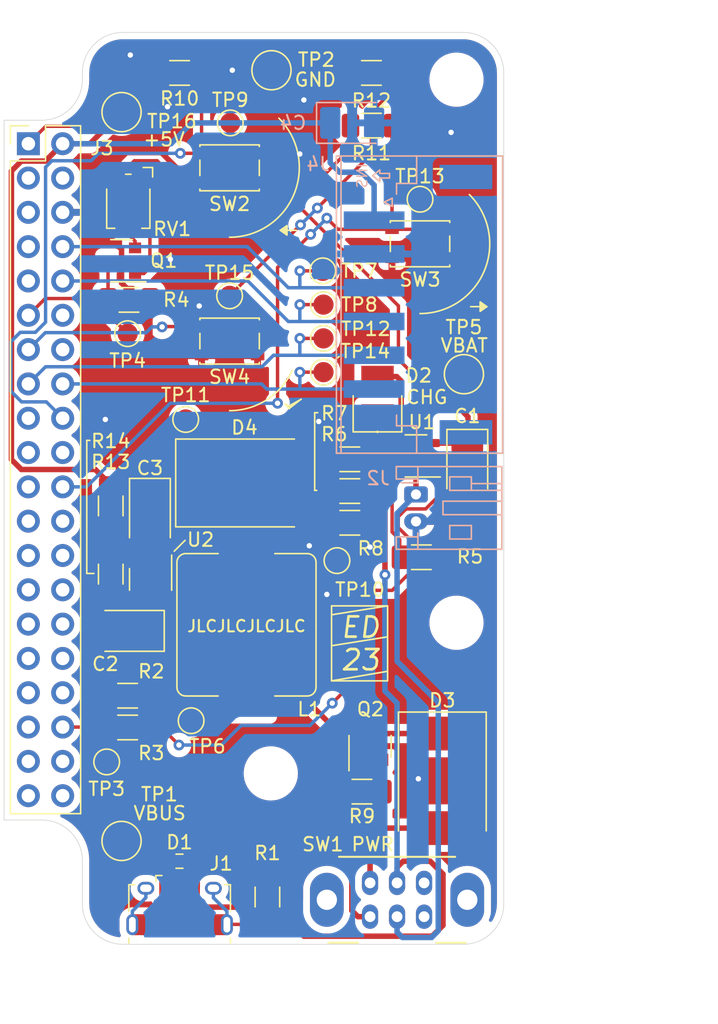
<source format=kicad_pcb>
(kicad_pcb (version 20211014) (generator pcbnew)
  (layers (0 "F.Cu" signal) (31 "B.Cu" signal) (34 "B.Paste" user) (35 "F.Paste" user) (36 "B.SilkS" user "B.Silkscreen") (37 "F.SilkS" user "F.Silkscreen") (38 "B.Mask" user) (39 "F.Mask" user) (44 "Edge.Cuts" user))
  (net 0 "")
  (net 1 "+5V")
  (net 2 "GND")
  (net 3 "+BATT")
  (net 4 "VBUS")
  (net 5 "Net-(D2-Pad1)")
  (net 6 "Net-(D3-Pad2)")
  (net 7 "Net-(D4-Pad2)")
  (net 8 "Net-(C2-Pad1)")
  (net 13 "Net-(J1-Pad6)")
  (net 14 "+3.3V")
  (net 19 "/RPI_TXD")
  (net 21 "/RPI_RXD")
  (net 22 "/MON_LOWBATT")
  (net 24 "Net-(J3-Pad13)")
  (net 26 "/WAKEUP")
  (net 27 "/RESET")
  (net 29 "Net-(J3-Pad18)")
  (net 33 "Net-(J3-Pad22)")
  (net 47 "/MON_CHARGE")
  (net 52 "/CHARGING")
  (net 53 "Net-(R5-Pad1)")
  (net 54 "Net-(R13-Pad2)")
  (net 55 "Net-(Q1-Pad2)")
  (net 56 "Net-(Q2-Pad1)")
  (footprint "eink-footprints:MountingHole_3mm_6mmScrew_10mmMountingpost" (layer "F.Cu") (at 166.8 70.5)
    (fp_text reference "REF**" hide)
    (fp_text value "MountingHole_3mm_6mmScrew_10mmMountingpost")
  )
  (footprint "eink-footprints:SW_SPST_PTS815" (layer "F.Cu") (at 150 89.85)
    (fp_text reference "SW4")
    (fp_text value "ACTION")
  )
  (footprint "Connector_USB:USB_Micro-B_Amphenol_10118194_Horizontal" (layer "F.Cu") (at 146.3 131.75)
    (fp_text reference "J1")
    (fp_text value "MICROB")
  )
  (footprint "TestPoint:TestPoint_Pad_D2.5mm" (layer "F.Cu") (at 142 72.9)
    (fp_text reference "TP16")
    (fp_text value "~")
  )
  (footprint "TestPoint:TestPoint_Pad_D2.5mm" (layer "F.Cu") (at 153.1 69.8)
    (fp_text reference "TP2")
    (fp_text value "~")
  )
  (footprint "TestPoint:TestPoint_Pad_D2.5mm" (layer "F.Cu") (at 142 126.85)
    (fp_text reference "TP1")
    (fp_text value "~")
  )
  (footprint "Resistor_SMD:R_1206_3216Metric_Pad1.30x1.75mm_HandSolder" (layer "F.Cu") (at 146.3 70)
    (fp_text reference "R10")
    (fp_text value "6.2k")
  )
  (footprint "Package_TO_SOT_SMD:SOT-23-5" (layer "F.Cu") (at 163.8 98.35 180)
    (fp_text reference "U1")
    (fp_text value "MCP73831")
  )
  (footprint "TestPoint:TestPoint_Pad_D1.5mm" (layer "F.Cu") (at 140.9 121)
    (fp_text reference "TP3")
    (fp_text value "~")
  )
  (footprint "eink-footprints:MountingHole_3mm_6mmScrew_10mmMountingpost" (layer "F.Cu") (at 153.05 121.85)
    (fp_text reference "REF**" hide)
    (fp_text value "MountingHole_3mm_6mmScrew_10mmMountingpost")
  )
  (footprint "eink-footprints:SOT23_DIODESINC" (layer "F.Cu") (at 142 83.9 180)
    (fp_text reference "Q1")
    (fp_text value "~")
  )
  (footprint "TestPoint:TestPoint_Pad_D1.5mm" (layer "F.Cu") (at 146.75 95.65)
    (fp_text reference "TP11")
    (fp_text value "~")
  )
  (footprint "TestPoint:TestPoint_Pad_D1.5mm" (layer "F.Cu") (at 156.95 87.15)
    (fp_text reference "TP8")
    (fp_text value "~")
  )
  (footprint "Resistor_SMD:R_1206_3216Metric_Pad1.30x1.75mm_HandSolder" (layer "F.Cu") (at 152.8 131 90)
    (fp_text reference "R1")
    (fp_text value "0R")
  )
  (footprint "eink-footprints:D_SMC_FAIRCHILD" (layer "F.Cu") (at 151.1 100.35)
    (fp_text reference "D4")
    (fp_text value "~")
  )
  (footprint "TestPoint:TestPoint_Pad_D1.5mm" (layer "F.Cu") (at 156.95 92.15)
    (fp_text reference "TP14")
    (fp_text value "~")
  )
  (footprint "Resistor_SMD:R_1206_3216Metric_Pad1.30x1.75mm_HandSolder" (layer "F.Cu") (at 160.5 73.9)
    (fp_text reference "R11")
    (fp_text value "6.2k")
  )
  (footprint "Resistor_SMD:R_1206_3216Metric_Pad1.30x1.75mm_HandSolder" (layer "F.Cu") (at 142.45 116.1 180)
    (fp_text reference "R2")
    (fp_text value "15k")
  )
  (footprint "Capacitor_Tantalum_SMD:CP_EIA-3528-21_Kemet-B_Pad1.50x2.35mm_HandSolder" (layer "F.Cu") (at 144.1 102.65 -90)
    (fp_text reference "C3")
    (fp_text value "22uF")
  )
  (footprint "eink-footprints:SW_SPST_PTS815" (layer "F.Cu") (at 150 77.025)
    (fp_text reference "SW2")
    (fp_text value "BACK")
  )
  (footprint "Resistor_SMD:R_1206_3216Metric_Pad1.30x1.75mm_HandSolder" (layer "F.Cu") (at 158.9 100.95 180)
    (fp_text reference "R7")
    (fp_text value "2k")
  )
  (footprint "eink-footprints:L_TaiTech_TMPC1004" (layer "F.Cu") (at 151.25 110.85 90)
    (fp_text reference "L1")
    (fp_text value "22uH")
  )
  (footprint "eink-footprints:SW_SPST_PTS815" (layer "F.Cu") (at 164.1 82.65)
    (fp_text reference "SW3")
    (fp_text value "FWD")
  )
  (footprint "Potentiometer_SMD:Potentiometer_Bourns_TC33X_Vertical" (layer "F.Cu") (at 142.5 79.6 -90)
    (fp_text reference "RV1")
    (fp_text value "100k")
  )
  (footprint "eink-footprints:MountingHole_3mm_6mmScrew_10mmMountingpost" (layer "F.Cu") (at 166.8 110.7)
    (fp_text reference "REF**" hide)
    (fp_text value "MountingHole_3mm_6mmScrew_10mmMountingpost")
  )
  (footprint "TestPoint:TestPoint_Pad_D1.5mm" (layer "F.Cu") (at 150 86.5)
    (fp_text reference "TP15")
    (fp_text value "~")
  )
  (footprint "Resistor_SMD:R_1206_3216Metric_Pad1.30x1.75mm_HandSolder" (layer "F.Cu") (at 159.8 123.2 180)
    (fp_text reference "R9")
    (fp_text value "15k")
  )
  (footprint "Resistor_SMD:R_1206_3216Metric_Pad1.30x1.75mm_HandSolder" (layer "F.Cu") (at 141.2 107.1 -90)
    (fp_text reference "R14")
    (fp_text value "2k")
  )
  (footprint "Resistor_SMD:R_0603_1608Metric_Pad0.98x0.95mm_HandSolder" (layer "F.Cu") (at 146.2875 128.35 180)
    (fp_text reference "D1")
    (fp_text value "TVS")
  )
  (footprint "Resistor_SMD:R_1206_3216Metric_Pad1.30x1.75mm_HandSolder" (layer "F.Cu") (at 158.9 103.3 180)
    (fp_text reference "R8")
    (fp_text value "2k")
  )
  (footprint "Resistor_SMD:R_1206_3216Metric_Pad1.30x1.75mm_HandSolder" (layer "F.Cu") (at 160.5 70)
    (fp_text reference "R12")
    (fp_text value "6.2k")
  )
  (footprint "Package_TO_SOT_SMD:SOT-23-6" (layer "F.Cu") (at 144.15 107.4925 -90)
    (fp_text reference "U2")
    (fp_text value "MT3608")
  )
  (footprint "Resistor_SMD:R_1206_3216Metric_Pad1.30x1.75mm_HandSolder" (layer "F.Cu") (at 164.2 105.85)
    (fp_text reference "R5")
    (fp_text value "2k")
  )
  (footprint "Connector_PinHeader_2.54mm:PinHeader_2x20_P2.54mm_Vertical" (layer "F.Cu") (at 135.1 75.24)
    (fp_text reference "J3")
    (fp_text value "RPI")
  )
  (footprint "TestPoint:TestPoint_Pad_D2.5mm" (layer "F.Cu") (at 167.35 92.3)
    (fp_text reference "TP5")
    (fp_text value "~")
  )
  (footprint "TestPoint:TestPoint_Pad_D1.5mm" (layer "F.Cu") (at 157.95 106.1)
    (fp_text reference "TP10")
    (fp_text value "~")
  )
  (footprint "TestPoint:TestPoint_Pad_D1.5mm" (layer "F.Cu") (at 142.45 89.3)
    (fp_text reference "TP4")
    (fp_text value "~")
  )
  (footprint "Capacitor_Tantalum_SMD:CP_EIA-3528-21_Kemet-B_Pad1.50x2.35mm_HandSolder" (layer "F.Cu") (at 167.6 99.025 -90)
    (fp_text reference "C1")
    (fp_text value "22uF")
  )
  (footprint "TestPoint:TestPoint_Pad_D1.5mm" (layer "F.Cu") (at 150.05 73.7)
    (fp_text reference "TP9")
    (fp_text value "~")
  )
  (footprint "Capacitor_Tantalum_SMD:CP_EIA-3528-21_Kemet-B_Pad1.50x2.35mm_HandSolder" (layer "F.Cu") (at 142.525 111.3 180)
    (fp_text reference "C2")
    (fp_text value "22uF")
  )
  (footprint "TestPoint:TestPoint_Pad_D1.5mm" (layer "F.Cu") (at 164.1 79.35)
    (fp_text reference "TP13")
    (fp_text value "~")
  )
  (footprint "eink-footprints:D_SMC_FAIRCHILD" (layer "F.Cu") (at 165.75 122.4 -90)
    (fp_text reference "D3")
    (fp_text value "~")
  )
  (footprint "TestPoint:TestPoint_Pad_D1.5mm" (layer "F.Cu") (at 147.15 117.95)
    (fp_text reference "TP6")
    (fp_text value "~")
  )
  (footprint "TestPoint:TestPoint_Pad_D1.5mm" (layer "F.Cu") (at 156.9 84.65)
    (fp_text reference "TP7")
    (fp_text value "~")
  )
  (footprint "Resistor_SMD:R_1206_3216Metric_Pad1.30x1.75mm_HandSolder" (layer "F.Cu") (at 141.2 102.05 -90)
    (fp_text reference "R13")
    (fp_text value "15k")
  )
  (footprint "Resistor_SMD:R_1206_3216Metric_Pad1.30x1.75mm_HandSolder" (layer "F.Cu") (at 158.9 98.6 180)
    (fp_text reference "R6")
    (fp_text value "2k")
  )
  (footprint "eink-footprints:D_WURTH_3538" (layer "F.Cu") (at 160.95 93.9 90)
    (fp_text reference "D2")
    (fp_text value "CHARGE")
  )
  (footprint "eink-footprints:SLW-108645" (layer "F.Cu") (at 162.4 131.205)
    (fp_text reference "SW1")
    (fp_text value "PWR")
  )
  (footprint "TestPoint:TestPoint_Pad_D1.5mm" (layer "F.Cu") (at 156.95 89.65)
    (fp_text reference "TP12")
    (fp_text value "~")
  )
  (footprint "eink-footprints:SOT23_DIODESINC" (layer "F.Cu") (at 160.4 119.85 90)
    (fp_text reference "Q2")
    (fp_text value "~")
  )
  (footprint "Resistor_SMD:R_1206_3216Metric_Pad1.30x1.75mm_HandSolder" (layer "F.Cu") (at 142.45 118.45)
    (fp_text reference "R3")
    (fp_text value "15k")
  )
  (footprint "Resistor_SMD:R_1206_3216Metric_Pad1.30x1.75mm_HandSolder" (layer "F.Cu") (at 142.55 86.8)
    (fp_text reference "R4")
    (fp_text value "15k")
  )
  (footprint "Connector_JST:JST_PH_S2B-PH-K_1x02_P2.00mm_Horizontal" (layer "B.Cu") (at 163.8 101.2 -90)
    (fp_text reference "J2")
    (fp_text value "LIPO")
  )
  (footprint "Capacitor_Tantalum_SMD:CP_EIA-3528-21_Kemet-B_Pad1.50x2.35mm_HandSolder" (layer "B.Cu") (at 159.075 73.7)
    (fp_text reference "C4")
    (fp_text value "22uF")
  )
  (footprint "eink-footprints:JST_XH_S6B-XH-SM4-TB" (layer "B.Cu") (at 169.65 87.15 -90)
    (fp_text reference "J4")
    (fp_text value "EINK")
  )
  (gr_line (start 139.425 107.05) (end 139.95 107.05) (layer "F.SilkS") (width 0.12))
  (gr_line (start 157.55 115) (end 161.65 114.3) (layer "F.SilkS") (width 0.12))
  (gr_line (start 156.3 95.15) (end 156.3 100.9) (layer "F.SilkS") (width 0.12))
  (gr_poly (pts (xy 169.05 87.3) (xy 168.55 87.3) (xy 168.55 87.65)) (layer "F.SilkS") (width 0.12) (fill solid))
  (gr_line (start 156.3 100.9) (end 156.45 100.9) (layer "F.SilkS") (width 0.12))
  (gr_rect (start 157.55 109.45) (end 161.7 115) (layer "F.SilkS") (width 0.12) (fill none))
  (gr_arc (start 154.65 92) (mid 152.76688 94.184914) (end 150 95) (layer "F.SilkS") (width 0.12))
  (gr_line (start 157.85 91.2) (end 158.1 91) (layer "F.SilkS") (width 0.12))
  (gr_arc (start 167.75 79) (mid 168.868955 84.625366) (end 164.1 87.811879) (layer "F.SilkS") (width 0.12))
  (gr_line (start 167.85 87.3) (end 169.05 87.3) (layer "F.SilkS") (width 0.12))
  (gr_line (start 154.95 81.65) (end 153.75 81.65) (layer "F.SilkS") (width 0.12))
  (gr_poly (pts (xy 153.75 81.65) (xy 154.25 81.65) (xy 154.25 82)) (layer "F.SilkS") (width 0.12) (fill solid))
  (gr_arc (start 153.65 73.35) (mid 154.768955 78.975366) (end 150 82.161879) (layer "F.SilkS") (width 0.12))
  (gr_line (start 157.6 110.1) (end 161.7 109.45) (layer "F.SilkS") (width 0.12))
  (gr_line (start 157.55 112.4) (end 161.65 111.75) (layer "F.SilkS") (width 0.12))
  (gr_line (start 139.425 97.2) (end 139.65 97.2) (layer "F.SilkS") (width 0.12))
  (gr_poly (pts (xy 153.75 81.65) (xy 154.25 81.65) (xy 154.25 81.3)) (layer "F.SilkS") (width 0.12) (fill solid))
  (gr_poly (pts (xy 154.4 94.85) (xy 154.1 94.5) (xy 154.4 94.65) (xy 155.3 94.15)) (layer "F.SilkS") (width 0.12) (fill solid))
  (gr_line (start 156.3 95.15) (end 156.525 95.15) (layer "F.SilkS") (width 0.12))
  (gr_line (start 139.425 97.2) (end 139.425 107.05) (layer "F.SilkS") (width 0.12))
  (gr_poly (pts (xy 169.05 87.3) (xy 168.55 87.3) (xy 168.55 86.95)) (layer "F.SilkS") (width 0.12) (fill solid))
  (gr_line (start 145.9 105.4) (end 146.7 104.6) (layer "F.SilkS") (width 0.12))
  (gr_line (start 133.3 73.5) (end 136.1 73.5) (layer "Edge.Cuts") (width 0.05))
  (gr_arc (start 136.1 125.3) (mid 138.22132 126.17868) (end 139.1 128.3) (layer "Edge.Cuts") (width 0.05))
  (gr_line (start 170.3 131.5) (end 170.3 70) (layer "Edge.Cuts") (width 0.05))
  (gr_arc (start 139.1 70.5) (mid 138.22132 72.62132) (end 136.1 73.5) (layer "Edge.Cuts") (width 0.05))
  (gr_line (start 139.1 128.3) (end 139.1 131.5) (layer "Edge.Cuts") (width 0.05))
  (gr_arc (start 167.3 67) (mid 169.42132 67.87868) (end 170.3 70) (layer "Edge.Cuts") (width 0.05))
  (gr_line (start 133.3 125.3) (end 136.1 125.3) (layer "Edge.Cuts") (width 0.05))
  (gr_arc (start 139.1 70) (mid 139.97868 67.87868) (end 142.1 67) (layer "Edge.Cuts") (width 0.05))
  (gr_line (start 167.3 67) (end 142.1 67) (layer "Edge.Cuts") (width 0.05))
  (gr_line (start 133.3 125.3) (end 133.3 73.5) (layer "Edge.Cuts") (width 0.05))
  (gr_arc (start 170.3 131.5) (mid 169.42132 133.62132) (end 167.3 134.5) (layer "Edge.Cuts") (width 0.05))
  (gr_line (start 167.3 134.5) (end 142.1 134.5) (layer "Edge.Cuts") (width 0.05))
  (gr_arc (start 142.1 134.5) (mid 139.97868 133.62132) (end 139.1 131.5) (layer "Edge.Cuts") (width 0.05))
  (gr_line (start 139.1 70.5) (end 139.1 70) (layer "Edge.Cuts") (width 0.05))
  (gr_text "PWR" (at 160.6 127.1) (layer "F.SilkS") (effects (font (size 1 1))))
  (gr_text "+5V" (at 145.15 74.925) (layer "F.SilkS") (effects (font (size 1 1))))
  (gr_text "ED\n23" (at 159.7 112.25) (layer "F.SilkS") (effects (font (size 1.5 1.5) (thickness 0.2) italic)))
  (gr_text "GND" (at 156.35 70.5) (layer "F.SilkS") (effects (font (size 1 1))))
  (gr_text "VBAT" (at 167.375 90.175) (layer "F.SilkS") (effects (font (size 1 1))))
  (gr_text "JLCJLCJLCJLC" (at 151.25 110.95) (layer "F.SilkS") (effects (font (size 0.85 0.85))))
  (gr_text "CHG" (at 164.6 94) (layer "F.SilkS") (effects (font (size 1 1))))
  (gr_text "VBUS" (at 144.825 124.8) (layer "F.SilkS") (effects (font (size 1 1))))
  (segment (start 140.0532 99.3532) (end 141.2 100.5) (width 0.4064) (layer "F.Cu") (net 1))
  (segment (start 144.1 101.025) (end 146.925 101.025) (width 0.4064) (layer "F.Cu") (net 1))
  (segment (start 139.66 75.24) (end 142 72.9) (width 0.4064) (layer "F.Cu") (net 1))
  (segment (start 136.3532 76.5268) (end 134.580907 76.5268) (width 0.4064) (layer "F.Cu") (net 1))
  (segment (start 143.575 100.5) (end 144.1 101.025) (width 0.4064) (layer "F.Cu") (net 1))
  (segment (start 146.925 101.025) (end 147.6 100.35) (width 0.4064) (layer "F.Cu") (net 1))
  (segment (start 141.2 100.5) (end 143.575 100.5) (width 0.4064) (layer "F.Cu") (net 1))
  (segment (start 133.8468 77.260907) (end 133.8468 98.619093) (width 0.4064) (layer "F.Cu") (net 1))
  (segment (start 137.64 75.24) (end 139.66 75.24) (width 0.4064) (layer "F.Cu") (net 1))
  (segment (start 134.580907 99.3532) (end 140.0532 99.3532) (width 0.4064) (layer "F.Cu") (net 1))
  (segment (start 133.8468 98.619093) (end 134.580907 99.3532) (width 0.4064) (layer "F.Cu") (net 1))
  (segment (start 134.580907 76.5268) (end 133.8468 77.260907) (width 0.4064) (layer "F.Cu") (net 1))
  (segment (start 137.64 75.24) (end 136.3532 76.5268) (width 0.4064) (layer "F.Cu") (net 1))
  (segment (start 145.66 75.24) (end 147.2 73.7) (width 0.4064) (layer "B.Cu") (net 1))
  (segment (start 160.7 78.3) (end 160.7 80.9) (width 0.4064) (layer "B.Cu") (net 1))
  (segment (start 147.2 73.7) (end 157.45 73.7) (width 0.4064) (layer "B.Cu") (net 1))
  (segment (start 157.45 73.7) (end 157.45 76.65) (width 0.4064) (layer "B.Cu") (net 1))
  (segment (start 159.75 77.35) (end 160.7 78.3) (width 0.4064) (layer "B.Cu") (net 1))
  (segment (start 157.45 76.65) (end 158.15 77.35) (width 0.4064) (layer "B.Cu") (net 1))
  (segment (start 158.15 77.35) (end 159.75 77.35) (width 0.4064) (layer "B.Cu") (net 1))
  (segment (start 137.64 75.24) (end 145.66 75.24) (width 0.4064) (layer "B.Cu") (net 1))
  (segment (start 153.1 77.8) (end 153.1 69.8) (width 0.4064) (layer "F.Cu") (net 2))
  (segment (start 152.8 78.1) (end 153.1 77.8) (width 0.4064) (layer "F.Cu") (net 2))
  (segment (start 156.6 123.2) (end 158.25 123.2) (width 0.4064) (layer "F.Cu") (net 2))
  (segment (start 149.5 128.35) (end 150.6 129.45) (width 0.4064) (layer "F.Cu") (net 2))
  (segment (start 143.25 86.8) (end 142 85.55) (width 0.4064) (layer "F.Cu") (net 2))
  (segment (start 141.2 107.85) (end 141.55 107.5) (width 0.4064) (layer "F.Cu") (net 2))
  (segment (start 142.45 117.85) (end 142.45 112.85) (width 0.4064) (layer "F.Cu") (net 2))
  (segment (start 142 85.55) (end 142 83.05) (width 0.4064) (layer "F.Cu") (net 2))
  (segment (start 167.74 120.91) (end 168.31 120.34) (width 0.4064) (layer "F.Cu") (net 2))
  (segment (start 140.25 81.3) (end 140.25 80.25) (width 0.4064) (layer "F.Cu") (net 2))
  (segment (start 165.9 98.35) (end 166.4 98.85) (width 0.4064) (layer "F.Cu") (net 2))
  (segment (start 147.6 129.4) (end 147.2 129) (width 0.4064) (layer "F.Cu") (net 2))
  (segment (start 144.1 86.8) (end 143.25 86.8) (width 0.4064) (layer "F.Cu") (net 2))
  (segment (start 152.075 78.1) (end 152.8 78.1) (width 0.4064) (layer "F.Cu") (net 2))
  (segment (start 147.2 125.9) (end 144 122.7) (width 0.4064) (layer "F.Cu") (net 2))
  (segment (start 147.6 130.35) (end 147.6 129.4) (width 0.4064) (layer "F.Cu") (net 2))
  (segment (start 169.25 105.85) (end 169.4 106) (width 0.4064) (layer "F.Cu") (net 2))
  (segment (start 142 83.05) (end 140.25 81.3) (width 0.4064) (layer "F.Cu") (net 2))
  (segment (start 144.95 75.9) (end 147.15 78.1) (width 0.4064) (layer "F.Cu") (net 2))
  (segment (start 158.25 123.2) (end 158.25 120.4968) (width 0.4064) (layer "F.Cu") (net 2))
  (segment (start 169.4 106.75) (end 169.4 106) (width 0.4064) (layer "F.Cu") (net 2))
  (segment (start 140.18 80.32) (end 140.25 80.25) (width 0.4064) (layer "F.Cu") (net 2))
  (segment (start 162.025 83.725) (end 167.825 83.725) (width 0.4064) (layer "F.Cu") (net 2))
  (segment (start 150.6 129.45) (end 152.8 129.45) (width 0.4064) (layer "F.Cu") (net 2))
  (segment (start 158.8968 119.85) (end 162.55 119.85) (width 0.4064) (layer "F.Cu") (net 2))
  (segment (start 141.5 77.8) (end 141.5 76.65) (width 0.4064) (layer "F.Cu") (net 2))
  (segment (start 168.31 114.685) (end 167.7 114.075) (width 0.4064) (layer "F.Cu") (net 2))
  (segment (start 144 118.45) (end 143.05 118.45) (width 0.4064) (layer "F.Cu") (net 2))
  (segment (start 143.8 107.5) (end 144.15 107.15) (width 0.4064) (layer "F.Cu") (net 2))
  (segment (start 143.05 118.45) (end 142.45 117.85) (width 0.4064) (layer "F.Cu") (net 2))
  (segment (start 168.31 120.34) (end 168.31 114.685) (width 0.4064) (layer "F.Cu") (net 2))
  (segment (start 165.075 114.075) (end 163.45 112.45) (width 0.4064) (layer "F.Cu") (net 2))
  (segment (start 147.925 78.1) (end 152.075 78.1) (width 0.4064) (layer "F.Cu") (net 2))
  (segment (start 167.6 100.65) (end 169.4 100.65) (width 0.4064) (layer "F.Cu") (net 2))
  (segment (start 142.45 112.85) (end 140.9 111.3) (width 0.4064) (layer "F.Cu") (net 2))
  (segment (start 169.4 103.2) (end 169.4 100.65) (width 0.4064) (layer "F.Cu") (net 2))
  (segment (start 144.1 104.275) (end 145.375 103) (width 0.4064) (layer "F.Cu") (net 2))
  (segment (start 137.64 80.32) (end 140.18 80.32) (width 0.4064) (layer "F.Cu") (net 2))
  (segment (start 141.55 107.5) (end 143.8 107.5) (width 0.4064) (layer "F.Cu") (net 2))
  (segment (start 163.61 120.91) (end 167.74 120.91) (width 0.4064) (layer "F.Cu") (net 2))
  (segment (start 144.15 104.325) (end 144.1 104.275) (width 0.4064) (layer "F.Cu") (net 2))
  (segment (start 158.25 120.4968) (end 158.8968 119.85) (width 0.4064) (layer "F.Cu") (net 2))
  (segment (start 163.45 108.9) (end 165 107.35) (width 0.4064) (layer "F.Cu") (net 2))
  (segment (start 163.8 103.2) (end 169.4 103.2) (width 0.4064) (layer "F.Cu") (net 2))
  (segment (start 141.5 76.65) (end 142.25 75.9) (width 0.4064) (layer "F.Cu") (net 2))
  (segment (start 147.15 78.1) (end 147.925 78.1) (width 0.4064) (layer "F.Cu") (net 2))
  (segment (start 166.4 98.85) (end 169.3 98.85) (width 0.4064) (layer "F.Cu") (net 2))
  (segment (start 141.5 78.65) (end 141.5 77.8) (width 0.4064) (layer "F.Cu") (net 2))
  (segment (start 147.2 128.35) (end 147.2 125.9) (width 0.4064) (layer "F.Cu") (net 2))
  (segment (start 147.2 128.35) (end 149.5 128.35) (width 0.4064) (layer "F.Cu") (net 2))
  (segment (start 144 122.7) (end 144 118.45) (width 0.4064) (layer "F.Cu") (net 2))
  (segment (start 141.2 108.65) (end 141.2 107.85) (width 0.4064) (layer "F.Cu") (net 2))
  (segment (start 169.4 90) (end 169.4 85.3) (width 0.4064) (layer "F.Cu") (net 2))
  (segment (start 152.8 129.45) (end 152.8 127) (width 0.4064) (layer "F.Cu") (net 2))
  (segment (start 167.7 114.075) (end 165.075 114.075) (width 0.4064) (layer "F.Cu") (net 2))
  (segment (start 140.25 80.25) (end 140.25 79.9) (width 0.4064) (layer "F.Cu") (net 2))
  (segment (start 152.075 101.425) (end 152.075 90.925) (width 0.4064) (layer "F.Cu") (net 2))
  (segment (start 164.9375 98.35) (end 165.9 98.35) (width 0.4064) (layer "F.Cu") (net 2))
  (segment (start 165 107.35) (end 168.8 107.35) (width 0.4064) (layer "F.Cu") (net 2))
  (segment (start 142.25 75.9) (end 144.95 75.9) (width 0.4064) (layer "F.Cu") (net 2))
  (segment (start 162.55 119.85) (end 163.61 120.91) (width 0.4064) (layer "F.Cu") (net 2))
  (segment (start 150.5 103) (end 152.075 101.425) (width 0.4064) (layer "F.Cu") (net 2))
  (segment (start 169.3 98.85) (end 169.4 98.75) (width 0.4064) (layer "F.Cu") (net 2))
  (segment (start 147.2 129) (end 147.2 128.35) (width 0.4064) (layer "F.Cu") (net 2))
  (segment (start 165.75 105.85) (end 169.25 105.85) (width 0.4064) (layer "F.Cu") (net 2))
  (segment (start 152.8 127) (end 156.6 123.2) (width 0.4064) (layer "F.Cu") (net 2))
  (segment (start 144.15 106.355) (end 144.15 104.325) (width 0.4064) (layer "F.Cu") (net 2))
  (segment (start 152.075 90.925) (end 147.925 90.925) (width 0.4064) (layer "F.Cu") (net 2))
  (segment (start 144.15 107.15) (end 144.15 106.355) (width 0.4064) (layer "F.Cu") (net 2))
  (segment (start 163.45 112.45) (end 163.45 108.9) (width 0.4064) (layer "F.Cu") (net 2))
  (segment (start 147.925 90.925) (end 145.325 90.925) (width 0.4064) (layer "F.Cu") (net 2))
  (segment (start 145.375 103) (end 150.5 103) (width 0.4064) (layer "F.Cu") (net 2))
  (segment (start 169.4 106) (end 169.4 103.2) (width 0.4064) (layer "F.Cu") (net 2))
  (segment (start 169.4 98.75) (end 169.4 90) (width 0.4064) (layer "F.Cu") (net 2))
  (segment (start 167.825 83.725) (end 169.4 85.3) (width 0.4064) (layer "F.Cu") (net 2))
  (segment (start 169.4 100.65) (end 169.4 98.75) (width 0.4064) (layer "F.Cu") (net 2))
  (segment (start 144.1 89.7) (end 144.1 86.8) (width 0.4064) (layer "F.Cu") (net 2))
  (segment (start 140.25 79.9) (end 141.5 78.65) (width 0.4064) (layer "F.Cu") (net 2))
  (segment (start 145.325 90.925) (end 144.1 89.7) (width 0.4064) (layer "F.Cu") (net 2))
  (segment (start 140.9 111.3) (end 141.2 111) (width 0.4064) (layer "F.Cu") (net 2))
  (segment (start 141.2 111) (end 141.2 108.65) (width 0.4064) (layer "F.Cu") (net 2))
  (segment (start 168.8 107.35) (end 169.4 106.75) (width 0.4064) (layer "F.Cu") (net 2))
  (via (at 160.4 105.1) (size 0.8) (drill 0.4) (layers "F.Cu" "B.Cu") (net 2))
  (via (at 142.65 68.675) (size 0.8) (drill 0.4) (layers "F.Cu" "B.Cu") (net 2))
  (via (at 155.2 76) (size 0.8) (drill 0.4) (layers "F.Cu" "B.Cu") (net 2))
  (via (at 155.5 72) (size 0.8) (drill 0.4) (layers "F.Cu" "B.Cu") (net 2))
  (via (at 145.4 72.5) (size 0.8) (drill 0.4) (layers "F.Cu" "B.Cu") (net 2))
  (via (at 156.6 95.8) (size 0.8) (drill 0.4) (layers "F.Cu" "B.Cu") (net 2))
  (via (at 163.975 122.25) (size 0.8) (drill 0.4) (layers "F.Cu" "B.Cu") (net 2))
  (via (at 147.75 87.25) (size 0.8) (drill 0.4) (layers "F.Cu" "B.Cu") (net 2))
  (via (at 145.616635 83.79165) (size 0.8) (drill 0.4) (layers "F.Cu" "B.Cu") (net 2))
  (via (at 157.2 108.6) (size 0.8) (drill 0.4) (layers "F.Cu" "B.Cu") (net 2))
  (via (at 155.9 105) (size 0.8) (drill 0.4) (layers "F.Cu" "B.Cu") (net 2))
  (via (at 166.4 74.4) (size 0.8) (drill 0.4) (layers "F.Cu" "B.Cu") (net 2))
  (via (at 140.8 95.65) (size 0.8) (drill 0.4) (layers "F.Cu" "B.Cu") (net 2))
  (via (at 150.2 69.8) (size 0.8) (drill 0.4) (layers "F.Cu" "B.Cu") (net 2))
  (segment (start 165.75 99.5) (end 164.35 98.1) (width 0.4064) (layer "B.Cu") (net 2))
  (segment (start 162.4 73.7) (end 160.7 73.7) (width 0.4064) (layer "B.Cu") (net 2))
  (segment (start 163.8 103.2) (end 164.65 103.2) (width 0.4064) (layer "B.Cu") (net 2))
  (segment (start 164.65 103.2) (end 165.75 102.1) (width 0.4064) (layer "B.Cu") (net 2))
  (segment (start 164.35 98.1) (end 164.35 83.4) (width 0.4064) (layer "B.Cu") (net 2))
  (segment (start 165.75 102.1) (end 165.75 99.5) (width 0.4064) (layer "B.Cu") (net 2))
  (segment (start 160.7 83.4) (end 164.35 83.4) (width 0.4064) (layer "B.Cu") (net 2))
  (segment (start 164.35 83.4) (end 164.35 75.65) (width 0.4064) (layer "B.Cu") (net 2))
  (segment (start 164.35 75.65) (end 162.4 73.7) (width 0.4064) (layer "B.Cu") (net 2))
  (segment (start 167.65 95.45) (end 167.65 97.35) (width 0.4064) (layer "F.Cu") (net 3))
  (segment (start 162.5 87.24) (end 154.96 79.7) (width 0.254) (layer "F.Cu") (net 3))
  (segment (start 163.6 92.3) (end 162.5 91.2) (width 0.254) (layer "F.Cu") (net 3))
  (segment (start 163.8 97.65) (end 164.05 97.4) (width 0.4064) (layer "F.Cu") (net 3))
  (segment (start 163.8 101.2) (end 163.8 97.65) (width 0.4064) (layer "F.Cu") (net 3))
  (segment (start 162.5 91.2) (end 162.5 87.24) (width 0.254) (layer "F.Cu") (net 3))
  (segment (start 167.35 92.3) (end 163.6 92.3) (width 0.254) (layer "F.Cu") (net 3))
  (segment (start 164.9375 97.4) (end 167.6 97.4) (width 0.4064) (layer "F.Cu") (net 3))
  (segment (start 147.15 79.7) (end 145.25 77.8) (width 0.254) (layer "F.Cu") (net 3))
  (segment (start 167.65 97.35) (end 167.6 97.4) (width 0.4064) (layer "F.Cu") (net 3))
  (segment (start 164.05 97.4) (end 164.9375 97.4) (width 0.4064) (layer "F.Cu") (net 3))
  (segment (start 167.35 95.15) (end 167.65 95.45) (width 0.4064) (layer "F.Cu") (net 3))
  (segment (start 145.25 77.8) (end 143.5 77.8) (width 0.254) (layer "F.Cu") (net 3))
  (segment (start 167.35 92.3) (end 167.35 95.15) (width 0.4064) (layer "F.Cu") (net 3))
  (segment (start 154.96 79.7) (end 147.15 79.7) (width 0.254) (layer "F.Cu") (net 3))
  (segment (start 162.4 102.6) (end 163.8 101.2) (width 0.4064) (layer "B.Cu") (net 3))
  (segment (start 165.45 133.5) (end 165.45 116.6) (width 0.4064) (layer "B.Cu") (net 3))
  (segment (start 162.4 133.5968) (end 162.8 133.9968) (width 0.4064) (layer "B.Cu") (net 3))
  (segment (start 162.4 132.455) (end 162.4 133.5968) (width 0.4064) (layer "B.Cu") (net 3))
  (segment (start 165.45 116.6) (end 162.4 113.55) (width 0.4064) (layer "B.Cu") (net 3))
  (segment (start 164.9532 133.9968) (end 165.45 133.5) (width 0.4064) (layer "B.Cu") (net 3))
  (segment (start 162.8 133.9968) (end 164.9532 133.9968) (width 0.4064) (layer "B.Cu") (net 3))
  (segment (start 162.4 113.55) (end 162.4 102.6) (width 0.4064) (layer "B.Cu") (net 3))
  (segment (start 164.85 128.35) (end 165.8 129.3) (width 0.4064) (layer "F.Cu") (net 4))
  (segment (start 165.8 133.1) (end 165 133.9) (width 0.4064) (layer "F.Cu") (net 4))
  (segment (start 145 129.5) (end 145.4 129.1) (width 0.4064) (layer "F.Cu") (net 4))
  (segment (start 145.3 131.75) (end 145 131.45) (width 0.4064) (layer "F.Cu") (net 4))
  (segment (start 161.5032 98.767657) (end 161.920857 98.35) (width 0.4064) (layer "F.Cu") (net 4))
  (segment (start 160.95 92.475) (end 162.375 92.475) (width 0.4064) (layer "F.Cu") (net 4))
  (segment (start 161.5032 107.1468) (end 161.5032 98.767657) (width 0.4064) (layer "F.Cu") (net 4))
  (segment (start 154.7 133.1) (end 154.7 131.75) (width 0.4064) (layer "F.Cu") (net 4))
  (segment (start 165.8 129.3) (end 165.8 133.1) (width 0.4064) (layer "F.Cu") (net 4))
  (segment (start 145.4 129.1) (end 145.4 128.375) (width 0.4064) (layer "F.Cu") (net 4))
  (segment (start 143.875 126.85) (end 145.375 128.35) (width 0.4064) (layer "F.Cu") (net 4))
  (segment (start 162.4 98.35) (end 162.6625 98.0875) (width 0.4064) (layer "F.Cu") (net 4))
  (segment (start 151.65 131.1) (end 151 131.75) (width 0.4064) (layer "F.Cu") (net 4))
  (segment (start 155.5 133.9) (end 154.7 133.1) (width 0.4064) (layer "F.Cu") (net 4))
  (segment (start 145.4 128.375) (end 145.375 128.35) (width 0.4064) (layer "F.Cu") (net 4))
  (segment (start 165 133.9) (end 155.5 133.9) (width 0.4064) (layer "F.Cu") (net 4))
  (segment (start 162.85 128.35) (end 164.85 128.35) (width 0.4064) (layer "F.Cu") (net 4))
  (segment (start 151 131.75) (end 145.3 131.75) (width 0.4064) (layer "F.Cu") (net 4))
  (segment (start 154.7 131.75) (end 154.05 131.1) (width 0.4064) (layer "F.Cu") (net 4))
  (segment (start 162.6625 98.0875) (end 162.6625 97.4) (width 0.4064) (layer "F.Cu") (net 4))
  (segment (start 142 126.85) (end 143.875 126.85) (width 0.4064) (layer "F.Cu") (net 4))
  (segment (start 162.7 92.8) (end 162.7 97.3625) (width 0.4064) (layer "F.Cu") (net 4))
  (segment (start 161.920857 98.35) (end 162.4 98.35) (width 0.4064) (layer "F.Cu") (net 4))
  (segment (start 162.4 129.955) (end 162.4 128.8) (width 0.4064) (layer "F.Cu") (net 4))
  (segment (start 162.375 92.475) (end 162.7 92.8) (width 0.4064) (layer "F.Cu") (net 4))
  (segment (start 145 131.45) (end 145 130.35) (width 0.4064) (layer "F.Cu") (net 4))
  (segment (start 145 130.35) (end 145 129.5) (width 0.4064) (layer "F.Cu") (net 4))
  (segment (start 154.05 131.1) (end 151.65 131.1) (width 0.4064) (layer "F.Cu") (net 4))
  (segment (start 162.4 128.8) (end 162.85 128.35) (width 0.4064) (layer "F.Cu") (net 4))
  (via (at 161.5032 107.1468) (size 0.8) (drill 0.4) (layers "F.Cu" "B.Cu") (net 4))
  (segment (start 161.5 107.15) (end 161.5 115.75) (width 0.4064) (layer "B.Cu") (net 4))
  (segment (start 161.5 115.75) (end 162.4 116.65) (width 0.4064) (layer "B.Cu") (net 4))
  (segment (start 162.4 116.65) (end 162.4 129.955) (width 0.4064) (layer "B.Cu") (net 4))
  (segment (start 161.5032 107.1468) (end 161.5 107.15) (width 0.4064) (layer "B.Cu") (net 4))
  (segment (start 160.75 103.3) (end 160.75 98.6) (width 0.254) (layer "F.Cu") (net 5))
  (segment (start 160.95 96.8) (end 160.75 97) (width 0.254) (layer "F.Cu") (net 5))
  (segment (start 160.95 95.325) (end 160.95 96.8) (width 0.254) (layer "F.Cu") (net 5))
  (segment (start 160.75 97) (end 160.75 98.6) (width 0.254) (layer "F.Cu") (net 5))
  (segment (start 160.4 129.955) (end 160.4 128.45) (width 0.4064) (layer "F.Cu") (net 6))
  (segment (start 161.35 127.5) (end 161.35 125.9) (width 0.4064) (layer "F.Cu") (net 6))
  (segment (start 161.35 125.9) (end 161.35 123.2) (width 0.4064) (layer "F.Cu") (net 6))
  (segment (start 165.75 125.9) (end 161.35 125.9) (width 0.4064) (layer "F.Cu") (net 6))
  (segment (start 160.4 128.45) (end 161.35 127.5) (width 0.4064) (layer "F.Cu") (net 6))
  (segment (start 161.35 123.2) (end 161.35 120.85) (width 0.4064) (layer "F.Cu") (net 6))
  (segment (start 154.65 106.1) (end 157.95 106.1) (width 0.4064) (layer "F.Cu") (net 7))
  (segment (start 154.7 100.45) (end 154.6 100.35) (width 0.4064) (layer "F.Cu") (net 7))
  (segment (start 147.86 106.1) (end 151.25 106.1) (width 0.4064) (layer "F.Cu") (net 7))
  (segment (start 154.7 106.05) (end 154.7 100.45) (width 0.4064) (layer "F.Cu") (net 7))
  (segment (start 147.605 106.355) (end 147.86 106.1) (width 0.4064) (layer "F.Cu") (net 7))
  (segment (start 145.1 106.355) (end 147.605 106.355) (width 0.4064) (layer "F.Cu") (net 7))
  (segment (start 154.65 106.1) (end 154.7 106.05) (width 0.4064) (layer "F.Cu") (net 7))
  (segment (start 151.25 106.1) (end 154.65 106.1) (width 0.4064) (layer "F.Cu") (net 7))
  (segment (start 143.2 108.63) (end 144.15 108.63) (width 0.4064) (layer "F.Cu") (net 8))
  (segment (start 147.15 117.95) (end 147.15 115.6) (width 0.4064) (layer "F.Cu") (net 8))
  (segment (start 144.15 111.3) (end 144.15 108.63) (width 0.4064) (layer "F.Cu") (net 8))
  (segment (start 146.1 115.6) (end 144.15 113.65) (width 0.4064) (layer "F.Cu") (net 8))
  (segment (start 144.15 113.65) (end 144.15 111.3) (width 0.4064) (layer "F.Cu") (net 8))
  (segment (start 160.45 118.9) (end 160.4 118.85) (width 0.4064) (layer "F.Cu") (net 8))
  (segment (start 154.85 115.6) (end 151.25 115.6) (width 0.4064) (layer "F.Cu") (net 8))
  (segment (start 160.4 118.85) (end 158.1 118.85) (width 0.4064) (layer "F.Cu") (net 8))
  (segment (start 158.1 118.85) (end 154.85 115.6) (width 0.4064) (layer "F.Cu") (net 8))
  (segment (start 147.95 115.6) (end 146.1 115.6) (width 0.4064) (layer "F.Cu") (net 8))
  (segment (start 165.75 118.9) (end 160.45 118.9) (width 0.4064) (layer "F.Cu") (net 8))
  (segment (start 147.95 115.6) (end 151.25 115.6) (width 0.4064) (layer "F.Cu") (net 8))
  (segment (start 149.8 133.05) (end 149.827 133.023) (width 0.254) (layer "F.Cu") (net 13))
  (segment (start 143.4 133.05) (end 149.2 133.05) (width 0.254) (layer "F.Cu") (net 13))
  (segment (start 149.827 133.023) (end 150.927 133.023) (width 0.254) (layer "F.Cu") (net 13))
  (segment (start 151.4 132.55) (end 152.8 132.55) (width 0.254) (layer "F.Cu") (net 13))
  (segment (start 150.927 133.023) (end 151.4 132.55) (width 0.254) (layer "F.Cu") (net 13))
  (segment (start 142.8 132.05) (end 142.8 133.05) (width 0.254) (layer "B.Cu") (net 13))
  (segment (start 149.8 132.05) (end 149.8 133.05) (width 0.254) (layer "B.Cu") (net 13))
  (segment (start 148.8 130.35) (end 148.8 131.05) (width 0.254) (layer "B.Cu") (net 13))
  (segment (start 148.8 131.05) (end 149.8 132.05) (width 0.254) (layer "B.Cu") (net 13))
  (segment (start 143.8 130.35) (end 143.8 131.05) (width 0.254) (layer "B.Cu") (net 13))
  (segment (start 143.8 131.05) (end 142.8 132.05) (width 0.254) (layer "B.Cu") (net 13))
  (segment (start 144.75 70) (end 145.65 70) (width 0.254) (layer "F.Cu") (net 14))
  (segment (start 143.65 84.85) (end 144.1 84.4) (width 0.254) (layer "F.Cu") (net 14))
  (segment (start 145.65 70) (end 147.8 67.85) (width 0.254) (layer "F.Cu") (net 14))
  (segment (start 139.55 73.3) (end 139.55 72.2) (width 0.254) (layer "F.Cu") (net 14))
  (segment (start 142.5 78.75) (end 142.5 76.946) (width 0.254) (layer "F.Cu") (net 14))
  (segment (start 144.64 76.5) (end 147.313 79.173) (width 0.254) (layer "F.Cu") (net 14))
  (segment (start 147.8 67.85) (end 158.3 67.85) (width 0.254) (layer "F.Cu") (net 14))
  (segment (start 144.1 80.35) (end 142.5 78.75) (width 0.254) (layer "F.Cu") (net 14))
  (segment (start 141.75 70) (end 144.75 70) (width 0.254) (layer "F.Cu") (net 14))
  (segment (start 158.95 75.6) (end 158.95 73.9) (width 0.254) (layer "F.Cu") (net 14))
  (segment (start 136.39 73.95) (end 138.9 73.95) (width 0.254) (layer "F.Cu") (net 14))
  (segment (start 144.1 84.4) (end 144.1 80.35) (width 0.254) (layer "F.Cu") (net 14))
  (segment (start 142.946 76.5) (end 144.64 76.5) (width 0.254) (layer "F.Cu") (net 14))
  (segment (start 142.5 76.946) (end 142.946 76.5) (width 0.254) (layer "F.Cu") (net 14))
  (segment (start 155.377 79.173) (end 158.95 75.6) (width 0.254) (layer "F.Cu") (net 14))
  (segment (start 147.313 79.173) (end 155.377 79.173) (width 0.254) (layer "F.Cu") (net 14))
  (segment (start 158.3 67.85) (end 158.95 68.5) (width 0.254) (layer "F.Cu") (net 14))
  (segment (start 158.95 68.5) (end 158.95 70) (width 0.254) (layer "F.Cu") (net 14))
  (segment (start 135.1 75.24) (end 136.39 73.95) (width 0.254) (layer "F.Cu") (net 14))
  (segment (start 158.95 70) (end 158.95 73.9) (width 0.254) (layer "F.Cu") (net 14))
  (segment (start 139.55 72.2) (end 141.75 70) (width 0.254) (layer "F.Cu") (net 14))
  (segment (start 138.9 73.95) (end 139.55 73.3) (width 0.254) (layer "F.Cu") (net 14))
  (segment (start 143 84.85) (end 143.65 84.85) (width 0.254) (layer "F.Cu") (net 14))
  (segment (start 155.2 84.65) (end 156.9 84.65) (width 0.254) (layer "F.Cu") (net 19))
  (via (at 155.2 84.65) (size 0.8) (drill 0.4) (layers "F.Cu" "B.Cu") (net 19))
  (segment (start 154.35 85.9) (end 155.2 85.9) (width 0.254) (layer "B.Cu") (net 19))
  (segment (start 137.64 82.86) (end 151.31 82.86) (width 0.254) (layer "B.Cu") (net 19))
  (segment (start 151.31 82.86) (end 154.35 85.9) (width 0.254) (layer "B.Cu") (net 19))
  (segment (start 155.2 85.9) (end 160.7 85.9) (width 0.254) (layer "B.Cu") (net 19))
  (segment (start 155.2 85.9) (end 155.2 84.65) (width 0.254) (layer "B.Cu") (net 19))
  (segment (start 155.2 87.15) (end 156.95 87.15) (width 0.254) (layer "F.Cu") (net 21))
  (via (at 155.2 87.15) (size 0.8) (drill 0.4) (layers "F.Cu" "B.Cu") (net 21))
  (segment (start 151.35 85.4) (end 137.64 85.4) (width 0.254) (layer "B.Cu") (net 21))
  (segment (start 160.7 88.4) (end 155.2 88.4) (width 0.254) (layer "B.Cu") (net 21))
  (segment (start 155.2 88.4) (end 154.35 88.4) (width 0.254) (layer "B.Cu") (net 21))
  (segment (start 154.35 88.4) (end 151.35 85.4) (width 0.254) (layer "B.Cu") (net 21))
  (segment (start 155.2 88.4) (end 155.2 87.15) (width 0.254) (layer "B.Cu") (net 21))
  (segment (start 141 83.9) (end 141 86.8) (width 0.254) (layer "F.Cu") (net 22))
  (segment (start 135.11 87.94) (end 135.1 87.94) (width 0.254) (layer "F.Cu") (net 22))
  (segment (start 141 87.85) (end 142.45 89.3) (width 0.254) (layer "F.Cu") (net 22))
  (segment (start 141 86.8) (end 140.9 86.7) (width 0.254) (layer "F.Cu") (net 22))
  (segment (start 141 86.8) (end 141 87.85) (width 0.254) (layer "F.Cu") (net 22))
  (segment (start 140.9 86.7) (end 136.35 86.7) (width 0.254) (layer "F.Cu") (net 22))
  (segment (start 136.35 86.7) (end 135.11 87.94) (width 0.254) (layer "F.Cu") (net 22))
  (segment (start 156.5 80) (end 160.5 76) (width 0.254) (layer "F.Cu") (net 24))
  (segment (start 145.025 88.775) (end 147.925 88.775) (width 0.254) (layer "F.Cu") (net 24))
  (segment (start 147.925 88.775) (end 150.075 88.775) (width 0.254) (layer "F.Cu") (net 24))
  (segment (start 162.05 71.35) (end 162.05 70) (width 0.254) (layer "F.Cu") (net 24))
  (segment (start 155.25 81.25) (end 150 86.5) (width 0.254) (layer "F.Cu") (net 24))
  (segment (start 150 86.5) (end 150 88.7) (width 0.254) (layer "F.Cu") (net 24))
  (segment (start 145 88.8) (end 145.025 88.775) (width 0.254) (layer "F.Cu") (net 24))
  (segment (start 160.5 72.9) (end 162.05 71.35) (width 0.254) (layer "F.Cu") (net 24))
  (segment (start 150.075 88.775) (end 152.075 88.775) (width 0.254) (layer "F.Cu") (net 24))
  (segment (start 160.5 76) (end 160.5 72.9) (width 0.254) (layer "F.Cu") (net 24))
  (segment (start 150 88.7) (end 150.075 88.775) (width 0.254) (layer "F.Cu") (net 24))
  (via (at 156.5 80) (size 0.8) (drill 0.4) (layers "F.Cu" "B.Cu") (net 24))
  (via (at 145 88.8) (size 0.8) (drill 0.4) (layers "F.Cu" "B.Cu") (net 24))
  (via (at 155.25 81.25) (size 0.8) (drill 0.4) (layers "F.Cu" "B.Cu") (net 24))
  (segment (start 144.25 88.8) (end 143.825 89.225) (width 0.254) (layer "B.Cu") (net 24))
  (segment (start 136.355 89.225) (end 135.1 90.48) (width 0.254) (layer "B.Cu") (net 24))
  (segment (start 143.825 89.225) (end 136.355 89.225) (width 0.254) (layer "B.Cu") (net 24))
  (segment (start 145 88.8) (end 144.25 88.8) (width 0.254) (layer "B.Cu") (net 24))
  (segment (start 156.5 80) (end 155.25 81.25) (width 0.254) (layer "B.Cu") (net 24))
  (segment (start 155.2 89.65) (end 156.95 89.65) (width 0.254) (layer "F.Cu") (net 26))
  (via (at 155.2 89.65) (size 0.8) (drill 0.4) (layers "F.Cu" "B.Cu") (net 26))
  (segment (start 152.4 91.75) (end 136.37 91.75) (width 0.254) (layer "B.Cu") (net 26))
  (segment (start 155.2 90.9) (end 153.25 90.9) (width 0.254) (layer "B.Cu") (net 26))
  (segment (start 153.25 90.9) (end 152.4 91.75) (width 0.254) (layer "B.Cu") (net 26))
  (segment (start 155.2 90.9) (end 155.2 89.65) (width 0.254) (layer "B.Cu") (net 26))
  (segment (start 136.37 91.75) (end 135.1 93.02) (width 0.254) (layer "B.Cu") (net 26))
  (segment (start 160.7 90.9) (end 155.2 90.9) (width 0.254) (layer "B.Cu") (net 26))
  (segment (start 155.2 92.15) (end 156.95 92.15) (width 0.254) (layer "F.Cu") (net 27))
  (via (at 155.2 92.15) (size 0.8) (drill 0.4) (layers "F.Cu" "B.Cu") (net 27))
  (segment (start 152.75 93.4) (end 152.37 93.02) (width 0.254) (layer "B.Cu") (net 27))
  (segment (start 152.37 93.02) (end 137.64 93.02) (width 0.254) (layer "B.Cu") (net 27))
  (segment (start 155.2 93.4) (end 152.75 93.4) (width 0.254) (layer "B.Cu") (net 27))
  (segment (start 160.7 93.4) (end 155.2 93.4) (width 0.254) (layer "B.Cu") (net 27))
  (segment (start 155.2 93.4) (end 155.2 92.15) (width 0.254) (layer "B.Cu") (net 27))
  (segment (start 147.925 75.95) (end 150.05 75.95) (width 0.254) (layer "F.Cu") (net 29))
  (segment (start 150.05 75.95) (end 152.075 75.95) (width 0.254) (layer "F.Cu") (net 29))
  (segment (start 147.925 70.075) (end 147.925 75.95) (width 0.254) (layer "F.Cu") (net 29))
  (segment (start 150.05 73.7) (end 150.05 75.95) (width 0.254) (layer "F.Cu") (net 29))
  (segment (start 147.85 70) (end 147.925 70.075) (width 0.254) (layer "F.Cu") (net 29))
  (segment (start 147.925 75.95) (end 146.35 75.95) (width 0.254) (layer "F.Cu") (net 29))
  (via (at 146.35 75.95) (size 0.8) (drill 0.4) (layers "F.Cu" "B.Cu") (net 29))
  (segment (start 136.375 76.975) (end 136.375 88.45) (width 0.254) (layer "B.Cu") (net 29))
  (segment (start 135.625 89.2) (end 134.5 89.2) (width 0.254) (layer "B.Cu") (net 29))
  (segment (start 136.375 88.45) (end 135.625 89.2) (width 0.254) (layer "B.Cu") (net 29))
  (segment (start 136.85 76.5) (end 136.375 76.975) (width 0.254) (layer "B.Cu") (net 29))
  (segment (start 146.35 75.95) (end 140.3 75.95) (width 0.254) (layer "B.Cu") (net 29))
  (segment (start 133.8 93.55) (end 134.6 94.35) (width 0.254) (layer "B.Cu") (net 29))
  (segment (start 136.43 94.35) (end 137.64 95.56) (width 0.254) (layer "B.Cu") (net 29))
  (segment (start 134.5 89.2) (end 133.8 89.9) (width 0.254) (layer "B.Cu") (net 29))
  (segment (start 139.75 76.5) (end 136.85 76.5) (width 0.254) (layer "B.Cu") (net 29))
  (segment (start 133.8 89.9) (end 133.8 93.55) (width 0.254) (layer "B.Cu") (net 29))
  (segment (start 134.6 94.35) (end 136.43 94.35) (width 0.254) (layer "B.Cu") (net 29))
  (segment (start 140.3 75.95) (end 139.75 76.5) (width 0.254) (layer "B.Cu") (net 29))
  (segment (start 164.1 81.55) (end 164.125 81.575) (width 0.254) (layer "F.Cu") (net 33))
  (segment (start 164.125 81.575) (end 166.175 81.575) (width 0.254) (layer "F.Cu") (net 33))
  (segment (start 162.025 73.925) (end 162.025 81.575) (width 0.254) (layer "F.Cu") (net 33))
  (segment (start 162.05 73.9) (end 162.025 73.925) (width 0.254) (layer "F.Cu") (net 33))
  (segment (start 156 81.95) (end 153.55 84.4) (width 0.254) (layer "F.Cu") (net 33))
  (segment (start 164.1 79.35) (end 164.1 81.55) (width 0.254) (layer "F.Cu") (net 33))
  (segment (start 153.55 84.4) (end 153.55 94.45) (width 0.254) (layer "F.Cu") (net 33))
  (segment (start 162.025 81.575) (end 164.125 81.575) (width 0.254) (layer "F.Cu") (net 33))
  (segment (start 158.025 81.575) (end 157.2 80.75) (width 0.254) (layer "F.Cu") (net 33))
  (segment (start 162.025 81.575) (end 158.025 81.575) (width 0.254) (layer "F.Cu") (net 33))
  (via (at 157.2 80.75) (size 0.8) (drill 0.4) (layers "F.Cu" "B.Cu") (net 33))
  (via (at 153.55 94.45) (size 0.8) (drill 0.4) (layers "F.Cu" "B.Cu") (net 33))
  (via (at 156 81.95) (size 0.8) (drill 0.4) (layers "F.Cu" "B.Cu") (net 33))
  (segment (start 145.6 94.45) (end 139.41 100.64) (width 0.254) (layer "B.Cu") (net 33))
  (segment (start 139.41 100.64) (end 137.64 100.64) (width 0.254) (layer "B.Cu") (net 33))
  (segment (start 157.2 80.75) (end 156 81.95) (width 0.254) (layer "B.Cu") (net 33))
  (segment (start 153.55 94.45) (end 145.6 94.45) (width 0.254) (layer "B.Cu") (net 33))
  (segment (start 140.9 121) (end 140.9 116.1) (width 0.254) (layer "F.Cu") (net 47))
  (segment (start 137.64 118.42) (end 140.87 118.42) (width 0.254) (layer "F.Cu") (net 47))
  (segment (start 140.87 118.42) (end 140.9 118.45) (width 0.254) (layer "F.Cu") (net 47))
  (segment (start 164.9375 99.3) (end 164.9375 99.8375) (width 0.254) (layer "F.Cu") (net 52))
  (segment (start 165.35 101.441001) (end 164.518001 102.273) (width 0.254) (layer "F.Cu") (net 52))
  (segment (start 162.4874 103.65) (end 163.7 104.8626) (width 0.254) (layer "F.Cu") (net 52))
  (segment (start 163.7 104.8626) (end 163.7 106.641001) (width 0.254) (layer "F.Cu") (net 52))
  (segment (start 145.4 118.9) (end 145.4 116.3) (width 0.254) (layer "F.Cu") (net 52))
  (segment (start 145.2 116.1) (end 144 116.1) (width 0.254) (layer "F.Cu") (net 52))
  (segment (start 146.25 119.75) (end 145.4 118.9) (width 0.254) (layer "F.Cu") (net 52))
  (segment (start 157.35 103.3) (end 158.7 103.3) (width 0.254) (layer "F.Cu") (net 52))
  (segment (start 164.9375 99.8375) (end 165.35 100.25) (width 0.254) (layer "F.Cu") (net 52))
  (segment (start 163.0644 102.273) (end 162.4874 102.85) (width 0.254) (layer "F.Cu") (net 52))
  (segment (start 159.2 103.8) (end 159.2 107.75) (width 0.254) (layer "F.Cu") (net 52))
  (segment (start 165.35 100.25) (end 165.35 101.441001) (width 0.254) (layer "F.Cu") (net 52))
  (segment (start 145.4 116.3) (end 145.2 116.1) (width 0.254) (layer "F.Cu") (net 52))
  (segment (start 158.7 103.3) (end 159.2 103.8) (width 0.254) (layer "F.Cu") (net 52))
  (segment (start 162.041001 108.3) (end 159.75 108.3) (width 0.254) (layer "F.Cu") (net 52))
  (segment (start 159.75 114.5) (end 157.6 116.65) (width 0.254) (layer "F.Cu") (net 52))
  (segment (start 162.4874 102.85) (end 162.4874 103.65) (width 0.254) (layer "F.Cu") (net 52))
  (segment (start 159.75 108.3) (end 159.75 114.5) (width 0.254) (layer "F.Cu") (net 52))
  (segment (start 159.2 107.75) (end 159.75 108.3) (width 0.254) (layer "F.Cu") (net 52))
  (segment (start 157.65 98.6) (end 157.65 103.3) (width 0.254) (layer "F.Cu") (net 52))
  (segment (start 164.518001 102.273) (end 163.0644 102.273) (width 0.254) (layer "F.Cu") (net 52))
  (segment (start 163.7 106.641001) (end 162.041001 108.3) (width 0.254) (layer "F.Cu") (net 52))
  (via (at 146.25 119.75) (size 0.8) (drill 0.4) (layers "F.Cu" "B.Cu") (net 52))
  (via (at 157.6 116.65) (size 0.8) (drill 0.4) (layers "F.Cu" "B.Cu") (net 52))
  (segment (start 146.25 119.75) (end 149.4 119.75) (width 0.254) (layer "B.Cu") (net 52))
  (segment (start 150.85 118.3) (end 155.95 118.3) (width 0.254) (layer "B.Cu") (net 52))
  (segment (start 155.95 118.3) (end 157.6 116.65) (width 0.254) (layer "B.Cu") (net 52))
  (segment (start 149.4 119.75) (end 150.85 118.3) (width 0.254) (layer "B.Cu") (net 52))
  (segment (start 162.598 105.798) (end 162.598 104.548) (width 0.254) (layer "F.Cu") (net 53))
  (segment (start 162.6625 100.0375) (end 162.6625 99.3) (width 0.254) (layer "F.Cu") (net 53))
  (segment (start 162.0334 100.6666) (end 162.6625 100.0375) (width 0.254) (layer "F.Cu") (net 53))
  (segment (start 162.65 105.85) (end 162.598 105.798) (width 0.254) (layer "F.Cu") (net 53))
  (segment (start 162.0334 103.9834) (end 162.0334 100.6666) (width 0.254) (layer "F.Cu") (net 53))
  (segment (start 162.598 104.548) (end 162.0334 103.9834) (width 0.254) (layer "F.Cu") (net 53))
  (segment (start 141.2 103.6) (end 142.3302 102.4698) (width 0.254) (layer "F.Cu") (net 54))
  (segment (start 148.9802 102.4698) (end 149.35 102.1) (width 0.254) (layer "F.Cu") (net 54))
  (segment (start 141.2 105.55) (end 141.2 103.6) (width 0.254) (layer "F.Cu") (net 54))
  (segment (start 141.2 105.55) (end 142.2 105.55) (width 0.254) (layer "F.Cu") (net 54))
  (segment (start 142.3302 102.4698) (end 148.9802 102.4698) (width 0.254) (layer "F.Cu") (net 54))
  (segment (start 149.35 98.25) (end 146.75 95.65) (width 0.254) (layer "F.Cu") (net 54))
  (segment (start 149.35 102.1) (end 149.35 98.25) (width 0.254) (layer "F.Cu") (net 54))
  (segment (start 143.005 106.355) (end 143.2 106.355) (width 0.254) (layer "F.Cu") (net 54))
  (segment (start 142.2 105.55) (end 143.005 106.355) (width 0.254) (layer "F.Cu") (net 54))
  (segment (start 143 82.95) (end 143 82.45) (width 0.254) (layer "F.Cu") (net 55))
  (segment (start 142.5 81.95) (end 142.5 81.05) (width 0.254) (layer "F.Cu") (net 55))
  (segment (start 143 82.45) (end 142.5 81.95) (width 0.254) (layer "F.Cu") (net 55))
  (segment (start 159.05 127.75) (end 159.45 127.35) (width 0.4064) (layer "F.Cu") (net 56))
  (segment (start 159.05 132) (end 159.05 127.75) (width 0.4064) (layer "F.Cu") (net 56))
  (segment (start 160.4 132.455) (end 159.505 132.455) (width 0.4064) (layer "F.Cu") (net 56))
  (segment (start 159.505 132.455) (end 159.05 132) (width 0.4064) (layer "F.Cu") (net 56))
  (segment (start 159.45 127.35) (end 159.45 120.85) (width 0.4064) (layer "F.Cu") (net 56))
  (zone (net 2) (net_name "GND") (layers F&B.Cu) (connect_pads (clearance 0.508)) (min_thickness 0.254) (fill yes (thermal_gap 0.508) (thermal_bridge_width 0.508))
    (polygon (pts (xy 171 135) (xy 133 135) (xy 133 65.875) (xy 171 66)))
  )
)
</source>
